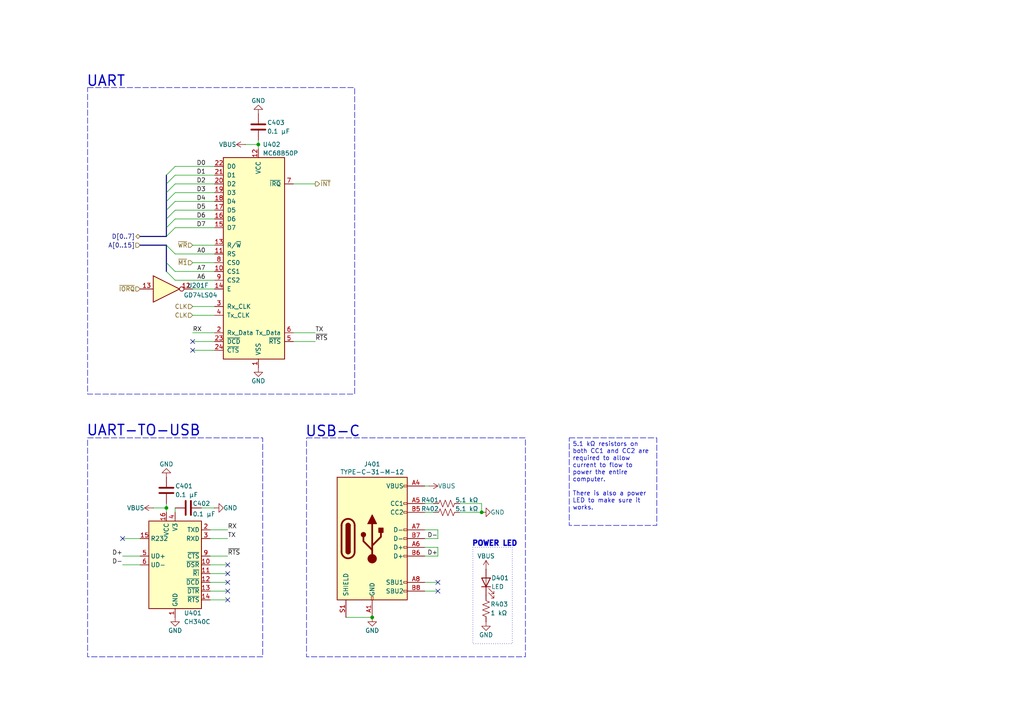
<source format=kicad_sch>
(kicad_sch (version 20250114) (generator "eeschema") (generator_version "9.0")
  (paper "A4")
  (title_block (title "USB-to-UART") (date "2025-12-31") (rev "A") (company "Dragos Bajanica"))
  (lib_symbols
    (symbol "74xx:74LS04"
      (property "Reference" "U" (at 0 1.27 0))
      (property "Value" "74LS04" (at 0 -1.27 0))
      (symbol "74LS04_1_0"
        (polyline (pts (xy -3.81 3.81) (xy -3.81 -3.81) (xy 3.81 0) (xy -3.81 3.81)) (stroke (width 0.254)) (fill (type background)))
        (pin input line (at -7.62 0 0) (length 3.81) (name "~") (number "1"))
        (pin output inverted (at 7.62 0 180) (length 3.81) (name "~") (number "2"))
      )
      (symbol "74LS04_2_0"
        (polyline (pts (xy -3.81 3.81) (xy -3.81 -3.81) (xy 3.81 0) (xy -3.81 3.81)) (stroke (width 0.254)) (fill (type background)))
        (pin input line (at -7.62 0 0) (length 3.81) (name "~") (number "3"))
        (pin output inverted (at 7.62 0 180) (length 3.81) (name "~") (number "4"))
      )
      (symbol "74LS04_3_0"
        (polyline (pts (xy -3.81 3.81) (xy -3.81 -3.81) (xy 3.81 0) (xy -3.81 3.81)) (stroke (width 0.254)) (fill (type background)))
        (pin input line (at -7.62 0 0) (length 3.81) (name "~") (number "5"))
        (pin output inverted (at 7.62 0 180) (length 3.81) (name "~") (number "6"))
      )
      (symbol "74LS04_4_0"
        (polyline (pts (xy -3.81 3.81) (xy -3.81 -3.81) (xy 3.81 0) (xy -3.81 3.81)) (stroke (width 0.254)) (fill (type background)))
        (pin input line (at -7.62 0 0) (length 3.81) (name "~") (number "9"))
        (pin output inverted (at 7.62 0 180) (length 3.81) (name "~") (number "8"))
      )
      (symbol "74LS04_5_0"
        (polyline (pts (xy -3.81 3.81) (xy -3.81 -3.81) (xy 3.81 0) (xy -3.81 3.81)) (stroke (width 0.254)) (fill (type background)))
        (pin input line (at -7.62 0 0) (length 3.81) (name "~") (number "11"))
        (pin output inverted (at 7.62 0 180) (length 3.81) (name "~") (number "10"))
      )
      (symbol "74LS04_6_0"
        (polyline (pts (xy -3.81 3.81) (xy -3.81 -3.81) (xy 3.81 0) (xy -3.81 3.81)) (stroke (width 0.254)) (fill (type background)))
        (pin input line (at -7.62 0 0) (length 3.81) (name "~") (number "13"))
        (pin output inverted (at 7.62 0 180) (length 3.81) (name "~") (number "12"))
      )
      (symbol "74LS04_7_0"
        (pin power_in line (at 0 12.7 270) (length 5.08) (name "VCC") (number "14"))
        (pin power_in line (at 0 -12.7 90) (length 5.08) (name "GND") (number "7"))
      )
      (symbol "74LS04_7_1"
        (rectangle (start -5.08 7.62) (end 5.08 -7.62) (stroke (width 0.254)) (fill (type background)))
      )
    )
    (symbol "Connector:USB_C_Receptacle_USB2.0_16P" (pin_names (offset 1.016))
      (property "Reference" "J" (at 0 22.225 0))
      (property "Value" "USB_C_Receptacle_USB2.0_16P" (at 0 19.685 0))
      (symbol "USB_C_Receptacle_USB2.0_16P_0_0"
        (rectangle (start -0.254 -17.78) (end 0.254 -16.764))
        (rectangle (start 10.16 15.494) (end 9.144 14.986))
        (rectangle (start 10.16 10.414) (end 9.144 9.906))
        (rectangle (start 10.16 7.874) (end 9.144 7.366))
        (rectangle (start 10.16 2.794) (end 9.144 2.286))
        (rectangle (start 10.16 0.254) (end 9.144 -0.254))
        (rectangle (start 10.16 -2.286) (end 9.144 -2.794))
        (rectangle (start 10.16 -4.826) (end 9.144 -5.334))
        (rectangle (start 10.16 -12.446) (end 9.144 -12.954))
        (rectangle (start 10.16 -14.986) (end 9.144 -15.494))
      )
      (symbol "USB_C_Receptacle_USB2.0_16P_0_1"
        (rectangle (start -10.16 17.78) (end 10.16 -17.78) (stroke (width 0.254)) (fill (type background)))
        (polyline (pts (xy -8.89 -3.81) (xy -8.89 3.81)) (stroke (width 0.508)))
        (rectangle (start -7.62 -3.81) (end -6.35 3.81) (stroke (width 0.254)) (fill (type outline)))
        (arc (start -7.62 3.81) (mid -6.985 4.4423) (end -6.35 3.81) (stroke (width 0.254)))
        (arc (start -7.62 3.81) (mid -6.985 4.4423) (end -6.35 3.81) (stroke (width 0.254)) (fill (type outline)))
        (arc (start -8.89 3.81) (mid -6.985 5.7067) (end -5.08 3.81) (stroke (width 0.508)))
        (arc (start -5.08 -3.81) (mid -6.985 -5.7067) (end -8.89 -3.81) (stroke (width 0.508)))
        (arc (start -6.35 -3.81) (mid -6.985 -4.4423) (end -7.62 -3.81) (stroke (width 0.254)))
        (arc (start -6.35 -3.81) (mid -6.985 -4.4423) (end -7.62 -3.81) (stroke (width 0.254)) (fill (type outline)))
        (polyline (pts (xy -5.08 3.81) (xy -5.08 -3.81)) (stroke (width 0.508)))
        (circle (center -2.54 1.143) (radius 0.635) (stroke (width 0.254)) (fill (type outline)))
        (polyline (pts (xy -1.27 4.318) (xy 0 6.858) (xy 1.27 4.318) (xy -1.27 4.318)) (stroke (width 0.254)) (fill (type outline)))
        (polyline (pts (xy 0 -2.032) (xy 2.54 0.508) (xy 2.54 1.778)) (stroke (width 0.508)))
        (polyline (pts (xy 0 -3.302) (xy -2.54 -0.762) (xy -2.54 0.508)) (stroke (width 0.508)))
        (polyline (pts (xy 0 -5.842) (xy 0 4.318)) (stroke (width 0.508)))
        (circle (center 0 -5.842) (radius 1.27) (fill (type outline)))
        (rectangle (start 1.905 1.778) (end 3.175 3.048) (stroke (width 0.254)) (fill (type outline)))
      )
      (symbol "USB_C_Receptacle_USB2.0_16P_1_1"
        (pin passive line (at -7.62 -22.86 90) (length 5.08) (name "SHIELD") (number "S1"))
        (pin passive line (at 0 -22.86 90) (length 5.08) (name "GND") (number "A1"))
        (pin passive line (at 0 -22.86 90) (length 5.08) (hide yes) (name "GND") (number "A12"))
        (pin passive line (at 0 -22.86 90) (length 5.08) (hide yes) (name "GND") (number "B1"))
        (pin passive line (at 0 -22.86 90) (length 5.08) (hide yes) (name "GND") (number "B12"))
        (pin passive line (at 15.24 15.24 180) (length 5.08) (name "VBUS") (number "A4"))
        (pin passive line (at 15.24 15.24 180) (length 5.08) (hide yes) (name "VBUS") (number "A9"))
        (pin passive line (at 15.24 15.24 180) (length 5.08) (hide yes) (name "VBUS") (number "B4"))
        (pin passive line (at 15.24 15.24 180) (length 5.08) (hide yes) (name "VBUS") (number "B9"))
        (pin bidirectional line (at 15.24 10.16 180) (length 5.08) (name "CC1") (number "A5"))
        (pin bidirectional line (at 15.24 7.62 180) (length 5.08) (name "CC2") (number "B5"))
        (pin bidirectional line (at 15.24 2.54 180) (length 5.08) (name "D-") (number "A7"))
        (pin bidirectional line (at 15.24 0 180) (length 5.08) (name "D-") (number "B7"))
        (pin bidirectional line (at 15.24 -2.54 180) (length 5.08) (name "D+") (number "A6"))
        (pin bidirectional line (at 15.24 -5.08 180) (length 5.08) (name "D+") (number "B6"))
        (pin bidirectional line (at 15.24 -12.7 180) (length 5.08) (name "SBU1") (number "A8"))
        (pin bidirectional line (at 15.24 -15.24 180) (length 5.08) (name "SBU2") (number "B8"))
      )
    )
    (symbol "Device:C" (pin_numbers (hide yes)) (pin_names (offset 0.254))
      (property "Reference" "C" (at 0.635 2.54 0))
      (property "Value" "C" (at 0.635 -2.54 0))
      (symbol "C_0_1"
        (polyline (pts (xy -2.032 0.762) (xy 2.032 0.762)) (stroke (width 0.508)))
        (polyline (pts (xy -2.032 -0.762) (xy 2.032 -0.762)) (stroke (width 0.508)))
      )
      (symbol "C_1_1"
        (pin passive line (at 0 3.81 270) (length 2.794) (name "~") (number "1"))
        (pin passive line (at 0 -3.81 90) (length 2.794) (name "~") (number "2"))
      )
    )
    (symbol "Device:LED" (pin_numbers (hide yes)) (pin_names (offset 1.016) (hide yes))
      (property "Reference" "D" (at 0 2.54 0))
      (property "Value" "LED" (at 0 -2.54 0))
      (symbol "LED_0_1"
        (polyline (pts (xy -3.048 -0.762) (xy -4.572 -2.286) (xy -3.81 -2.286) (xy -4.572 -2.286) (xy -4.572 -1.524)))
        (polyline (pts (xy -1.778 -0.762) (xy -3.302 -2.286) (xy -2.54 -2.286) (xy -3.302 -2.286) (xy -3.302 -1.524)))
        (polyline (pts (xy -1.27 0) (xy 1.27 0)))
        (polyline (pts (xy -1.27 -1.27) (xy -1.27 1.27)) (stroke (width 0.254)))
        (polyline (pts (xy 1.27 -1.27) (xy 1.27 1.27) (xy -1.27 0) (xy 1.27 -1.27)) (stroke (width 0.254)))
      )
      (symbol "LED_1_1"
        (pin passive line (at -3.81 0 0) (length 2.54) (name "K") (number "1"))
        (pin passive line (at 3.81 0 180) (length 2.54) (name "A") (number "2"))
      )
    )
    (symbol "Device:R_US" (pin_numbers (hide yes)) (pin_names (offset 0))
      (property "Reference" "R" (at 2.54 0 90))
      (property "Value" "R_US" (at -2.54 0 90))
      (symbol "R_US_0_1"
        (polyline (pts (xy 0 2.286) (xy 0 2.54)))
        (polyline (pts (xy 0 2.286) (xy 1.016 1.905) (xy 0 1.524) (xy -1.016 1.143) (xy 0 0.762)))
        (polyline (pts (xy 0 0.762) (xy 1.016 0.381) (xy 0 0) (xy -1.016 -0.381) (xy 0 -0.762)))
        (polyline (pts (xy 0 -0.762) (xy 1.016 -1.143) (xy 0 -1.524) (xy -1.016 -1.905) (xy 0 -2.286)))
        (polyline (pts (xy 0 -2.286) (xy 0 -2.54)))
      )
      (symbol "R_US_1_1"
        (pin passive line (at 0 3.81 270) (length 1.27) (name "~") (number "1"))
        (pin passive line (at 0 -3.81 90) (length 1.27) (name "~") (number "2"))
      )
    )
    (symbol "Interface_UART:MC68B50" (pin_names (offset 1.016))
      (property "Reference" "U" (at -7.366 31.75 0))
      (property "Value" "MC68B50" (at 10.414 31.75 0))
      (symbol "MC68B50_1_1"
        (rectangle (start -10.16 -27.94) (end 7.62 30.48) (stroke (width 0.254)) (fill (type background)))
        (pin bidirectional line (at -12.7 27.94 0) (length 2.54) (name "D0") (number "22"))
        (pin bidirectional line (at -12.7 25.4 0) (length 2.54) (name "D1") (number "21"))
        (pin bidirectional line (at -12.7 22.86 0) (length 2.54) (name "D2") (number "20"))
        (pin bidirectional line (at -12.7 20.32 0) (length 2.54) (name "D3") (number "19"))
        (pin bidirectional line (at -12.7 17.78 0) (length 2.54) (name "D4") (number "18"))
        (pin bidirectional line (at -12.7 15.24 0) (length 2.54) (name "D5") (number "17"))
        (pin bidirectional line (at -12.7 12.7 0) (length 2.54) (name "D6") (number "16"))
        (pin bidirectional line (at -12.7 10.16 0) (length 2.54) (name "D7") (number "15"))
        (pin input line (at -12.7 5.08 0) (length 2.54) (name "R/~{W}") (number "13"))
        (pin input line (at -12.7 2.54 0) (length 2.54) (name "RS") (number "11"))
        (pin input line (at -12.7 0 0) (length 2.54) (name "CS0") (number "8"))
        (pin input line (at -12.7 -2.54 0) (length 2.54) (name "CS1") (number "10"))
        (pin input line (at -12.7 -5.08 0) (length 2.54) (name "CS2") (number "9"))
        (pin input line (at -12.7 -7.62 0) (length 2.54) (name "E") (number "14"))
        (pin input line (at -12.7 -12.7 0) (length 2.54) (name "Rx_CLK") (number "3"))
        (pin input line (at -12.7 -15.24 0) (length 2.54) (name "Tx_CLK") (number "4"))
        (pin input line (at -12.7 -20.32 0) (length 2.54) (name "Rx_Data") (number "2"))
        (pin input line (at -12.7 -22.86 0) (length 2.54) (name "~{DCD}") (number "23"))
        (pin input line (at -12.7 -25.4 0) (length 2.54) (name "~{CTS}") (number "24"))
        (pin power_in line (at 0 33.02 270) (length 2.54) (name "VCC") (number "12"))
        (pin power_in line (at 0 -30.48 90) (length 2.54) (name "VSS") (number "1"))
        (pin output line (at 10.16 22.86 180) (length 2.54) (name "~{IRQ}") (number "7"))
        (pin output line (at 10.16 -20.32 180) (length 2.54) (name "Tx_Data") (number "6"))
        (pin output line (at 10.16 -22.86 180) (length 2.54) (name "~{RTS}") (number "5"))
      )
    )
    (symbol "Interface_USB:CH340C"
      (property "Reference" "U" (at -5.08 13.97 0))
      (property "Value" "CH340C" (at 1.27 13.97 0))
      (symbol "CH340C_0_1"
        (rectangle (start -7.62 12.7) (end 7.62 -12.7) (stroke (width 0.254)) (fill (type background)))
      )
      (symbol "CH340C_1_1"
        (pin input line (at -10.16 7.62 0) (length 2.54) (name "R232") (number "15"))
        (pin bidirectional line (at -10.16 2.54 0) (length 2.54) (name "UD+") (number "5"))
        (pin bidirectional line (at -10.16 0 0) (length 2.54) (name "UD-") (number "6"))
        (pin no_connect line (at -7.62 -5.08 0) (length 2.54) (hide yes) (name "NC") (number "7"))
        (pin no_connect line (at -7.62 -7.62 0) (length 2.54) (hide yes) (name "NC") (number "8"))
        (pin power_in line (at -2.54 15.24 270) (length 2.54) (name "VCC") (number "16"))
        (pin power_out line (at 0 15.24 270) (length 2.54) (name "V3") (number "4"))
        (pin power_in line (at 0 -15.24 90) (length 2.54) (name "GND") (number "1"))
        (pin output line (at 10.16 10.16 180) (length 2.54) (name "TXD") (number "2"))
        (pin input line (at 10.16 7.62 180) (length 2.54) (name "RXD") (number "3"))
        (pin input line (at 10.16 2.54 180) (length 2.54) (name "~{CTS}") (number "9"))
        (pin input line (at 10.16 0 180) (length 2.54) (name "~{DSR}") (number "10"))
        (pin input line (at 10.16 -2.54 180) (length 2.54) (name "~{RI}") (number "11"))
        (pin input line (at 10.16 -5.08 180) (length 2.54) (name "~{DCD}") (number "12"))
        (pin output line (at 10.16 -7.62 180) (length 2.54) (name "~{DTR}") (number "13"))
        (pin output line (at 10.16 -10.16 180) (length 2.54) (name "~{RTS}") (number "14"))
      )
    )
    (symbol "power:GND" (power) (pin_numbers (hide yes)) (pin_names (offset 0) (hide yes))
      (property "Value" "GND" (at 0 -3.81 0))
      (symbol "GND_0_1"
        (polyline (pts (xy 0 0) (xy 0 -1.27) (xy 1.27 -1.27) (xy 0 -2.54) (xy -1.27 -1.27) (xy 0 -1.27)))
      )
      (symbol "GND_1_1"
        (pin power_in line (at 0 0 270) (length 0) (name "~") (number "1"))
      )
    )
    (symbol "power:VBUS" (power) (pin_numbers (hide yes)) (pin_names (offset 0) (hide yes))
      (property "Value" "VBUS" (at 0 3.556 0))
      (symbol "VBUS_0_1"
        (polyline (pts (xy -0.762 1.27) (xy 0 2.54)))
        (polyline (pts (xy 0 2.54) (xy 0.762 1.27)))
        (polyline (pts (xy 0 0) (xy 0 2.54)))
      )
      (symbol "VBUS_1_1"
        (pin power_in line (at 0 0 90) (length 0) (name "~") (number "1"))
      )
    )
  )
  (rectangle (start 25.4 127) (end 76.2 190.5) (stroke (width 0) (type dash)))
  (rectangle (start 88.9 127) (end 152.4 190.5) (stroke (width 0) (type dash)))
  (rectangle (start 137.16 158.75) (end 148.59 186.69) (stroke (width 0) (type dot)))
  (rectangle (start 25.4 25.4) (end 102.87 114.3) (stroke (width 0) (type dash)))
  (text "UART-TO-USB" (at 41.656 124.968 0) (effects (font (size 3 3) (thickness 0.375))))
  (text "UART" (at 30.734 23.622 0) (effects (font (size 3 3) (thickness 0.375))))
  (text "POWER LED" (at 143.51 157.734 0) (effects (font (size 1.5 1.5) (thickness 0.375))))
  (text "USB-C" (at 96.52 125.222 0) (effects (font (size 3 3) (thickness 0.375))))
  (text_box "5.1 kΩ resistors on both CC1 and CC2 are required to allow current to flow to power the entire computer.\n\nThere is also a power LED to make sure it works." (at 165.1 127 0) (size 25.4 25.4) (margins 0.9525 0.9525 0.9525 0.9525) (stroke (width 0) (type dash)) (effects (font (size 1.27 1.27)) (justify left top)))
  (junction (at 74.93 41.91))
  (junction (at 48.26 147.32))
  (junction (at 107.95 179.07))
  (junction (at 139.7 148.59))
  (no_connect (at 66.04 173.99))
  (no_connect (at 127 168.91))
  (no_connect (at 55.88 99.06))
  (no_connect (at 66.04 168.91))
  (no_connect (at 66.04 171.45))
  (no_connect (at 127 171.45))
  (no_connect (at 35.56 156.21))
  (no_connect (at 66.04 166.37))
  (no_connect (at 55.88 101.6))
  (no_connect (at 66.04 163.83))
  (bus_entry (at 50.8 58.42) (size -2.54 2.54))
  (bus_entry (at 50.8 60.96) (size -2.54 2.54))
  (bus_entry (at 50.8 48.26) (size -2.54 2.54))
  (bus_entry (at 50.8 63.5) (size -2.54 2.54))
  (bus_entry (at 48.26 78.74) (size 2.54 2.54))
  (bus_entry (at 50.8 53.34) (size -2.54 2.54))
  (bus_entry (at 50.8 50.8) (size -2.54 2.54))
  (bus_entry (at 50.8 66.04) (size -2.54 2.54))
  (bus_entry (at 50.8 55.88) (size -2.54 2.54))
  (bus_entry (at 48.26 76.2) (size 2.54 2.54))
  (bus_entry (at 48.26 71.12) (size 2.54 2.54))
  (wire (pts (xy 133.35 148.59) (xy 139.7 148.59)))
  (bus (pts (xy 48.26 78.74) (xy 48.26 76.2)))
  (bus (pts (xy 48.26 55.88) (xy 48.26 58.42)))
  (wire (pts (xy 50.8 53.34) (xy 62.23 53.34)))
  (wire (pts (xy 50.8 60.96) (xy 62.23 60.96)))
  (bus (pts (xy 48.26 76.2) (xy 48.26 71.12)))
  (wire (pts (xy 35.56 163.83) (xy 40.64 163.83)))
  (wire (pts (xy 123.19 168.91) (xy 127 168.91)))
  (wire (pts (xy 74.93 41.91) (xy 74.93 43.18)))
  (wire (pts (xy 50.8 50.8) (xy 62.23 50.8)))
  (wire (pts (xy 50.8 58.42) (xy 62.23 58.42)))
  (wire (pts (xy 60.96 161.29) (xy 66.04 161.29)))
  (wire (pts (xy 55.88 76.2) (xy 62.23 76.2)))
  (wire (pts (xy 48.26 147.32) (xy 48.26 148.59)))
  (bus (pts (xy 48.26 53.34) (xy 48.26 55.88)))
  (wire (pts (xy 71.12 41.91) (xy 74.93 41.91)))
  (wire (pts (xy 50.8 147.32) (xy 50.8 148.59)))
  (wire (pts (xy 55.88 88.9) (xy 62.23 88.9)))
  (wire (pts (xy 123.19 140.97) (xy 124.46 140.97)))
  (wire (pts (xy 55.88 101.6) (xy 62.23 101.6)))
  (wire (pts (xy 123.19 171.45) (xy 127 171.45)))
  (wire (pts (xy 55.88 91.44) (xy 62.23 91.44)))
  (bus (pts (xy 48.26 60.96) (xy 48.26 63.5)))
  (wire (pts (xy 50.8 63.5) (xy 62.23 63.5)))
  (wire (pts (xy 100.33 179.07) (xy 107.95 179.07)))
  (wire (pts (xy 60.96 171.45) (xy 66.04 171.45)))
  (wire (pts (xy 50.8 55.88) (xy 62.23 55.88)))
  (wire (pts (xy 74.93 40.64) (xy 74.93 41.91)))
  (wire (pts (xy 50.8 66.04) (xy 62.23 66.04)))
  (bus (pts (xy 48.26 58.42) (xy 48.26 60.96)))
  (wire (pts (xy 44.45 147.32) (xy 48.26 147.32)))
  (wire (pts (xy 139.7 148.59) (xy 139.7 146.05)))
  (wire (pts (xy 50.8 48.26) (xy 62.23 48.26)))
  (wire (pts (xy 85.09 99.06) (xy 91.44 99.06)))
  (wire (pts (xy 58.42 147.32) (xy 62.23 147.32)))
  (wire (pts (xy 55.88 99.06) (xy 62.23 99.06)))
  (wire (pts (xy 55.88 71.12) (xy 62.23 71.12)))
  (wire (pts (xy 60.96 153.67) (xy 66.04 153.67)))
  (bus (pts (xy 48.26 71.12) (xy 40.64 71.12)))
  (wire (pts (xy 123.19 161.29) (xy 127 161.29)))
  (wire (pts (xy 133.35 146.05) (xy 139.7 146.05)))
  (wire (pts (xy 50.8 81.28) (xy 62.23 81.28)))
  (wire (pts (xy 125.73 148.59) (xy 123.19 148.59)))
  (wire (pts (xy 60.96 156.21) (xy 66.04 156.21)))
  (wire (pts (xy 123.19 158.75) (xy 127 158.75)))
  (wire (pts (xy 127 158.75) (xy 127 161.29)))
  (wire (pts (xy 85.09 53.34) (xy 91.44 53.34)))
  (wire (pts (xy 125.73 146.05) (xy 123.19 146.05)))
  (wire (pts (xy 85.09 96.52) (xy 91.44 96.52)))
  (wire (pts (xy 123.19 153.67) (xy 127 153.67)))
  (wire (pts (xy 35.56 156.21) (xy 40.64 156.21)))
  (bus (pts (xy 48.26 66.04) (xy 48.26 68.58)))
  (wire (pts (xy 60.96 173.99) (xy 66.04 173.99)))
  (bus (pts (xy 48.26 63.5) (xy 48.26 66.04)))
  (wire (pts (xy 48.26 146.05) (xy 48.26 147.32)))
  (wire (pts (xy 35.56 161.29) (xy 40.64 161.29)))
  (wire (pts (xy 60.96 166.37) (xy 66.04 166.37)))
  (wire (pts (xy 123.19 156.21) (xy 127 156.21)))
  (wire (pts (xy 55.88 83.82) (xy 62.23 83.82)))
  (bus (pts (xy 48.26 50.8) (xy 48.26 53.34)))
  (wire (pts (xy 55.88 96.52) (xy 62.23 96.52)))
  (wire (pts (xy 50.8 78.74) (xy 62.23 78.74)))
  (wire (pts (xy 60.96 168.91) (xy 66.04 168.91)))
  (wire (pts (xy 60.96 163.83) (xy 66.04 163.83)))
  (wire (pts (xy 127 156.21) (xy 127 153.67)))
  (wire (pts (xy 50.8 73.66) (xy 62.23 73.66)))
  (bus (pts (xy 40.64 68.58) (xy 48.26 68.58)))
  (label "D+" (at 35.56 161.29 180))
  (label "~{RTS}" (at 66.04 161.29 0))
  (label "D1" (at 59.69 50.8 180))
  (label "TX" (at 66.04 156.21 0))
  (label "D6" (at 59.69 63.5 180))
  (label "A0" (at 57.15 73.66 0))
  (label "RX" (at 55.88 96.52 0))
  (label "A7" (at 57.15 78.74 0))
  (label "A6" (at 57.15 81.28 0))
  (label "TX" (at 91.44 96.52 0))
  (label "~{RTS}" (at 91.44 99.06 0))
  (label "D7" (at 59.69 66.04 180))
  (label "D+" (at 127 161.29 180))
  (label "D0" (at 59.69 48.26 180))
  (label "D4" (at 59.69 58.42 180))
  (label "D3" (at 59.69 55.88 180))
  (label "D-" (at 35.56 163.83 180))
  (label "D-" (at 127 156.21 180))
  (label "D5" (at 59.69 60.96 180))
  (label "D2" (at 59.69 53.34 180))
  (label "RX" (at 66.04 153.67 0))
  (hierarchical_label "CLK" (shape input) (at 55.88 88.9 180))
  (hierarchical_label "D[0..7]" (shape bidirectional) (at 40.64 68.58 180))
  (hierarchical_label "CLK" (shape input) (at 55.88 91.44 180))
  (hierarchical_label "~{WR}" (shape input) (at 55.88 71.12 180))
  (hierarchical_label "~{IORQ}" (shape input) (at 40.64 83.82 180))
  (hierarchical_label "~{M1}" (shape input) (at 55.88 76.2 180))
  (hierarchical_label "A[0..15]" (shape input) (at 40.64 71.12 180))
  (hierarchical_label "~{INT}" (shape output) (at 91.44 53.34 0))
  (symbol (lib_id "power:VBUS") (at 124.46 140.97 270) (unit 1)
    (property "Reference" "#PWR0409" (effects (hide yes)))
    (property "Value" "VBUS" (at 127 140.97 90) (effects (justify left)))
    (property "Description" "Power symbol creates a global label with name \"VBUS\"" (effects (hide yes)))
  )
  (symbol (lib_id "power:GND") (at 62.23 147.32 90) (unit 1)
    (property "Reference" "#PWR0404" (effects (hide yes)))
    (property "Value" "GND" (at 64.77 147.32 90) (effects (justify right)))
    (property "Description" "Power symbol creates a global label with name \"GND\" , ground" (effects (hide yes)))
  )
  (symbol (lib_id "power:VBUS") (at 44.45 147.32 90) (unit 1)
    (property "Reference" "#PWR0401" (effects (hide yes)))
    (property "Value" "VBUS" (at 41.91 147.32 90) (effects (justify left)))
    (property "Description" "Power symbol creates a global label with name \"VBUS\"" (effects (hide yes)))
  )
  (symbol (lib_id "power:GND") (at 139.7 148.59 90) (unit 1)
    (property "Reference" "#PWR0410" (effects (hide yes)))
    (property "Value" "GND" (at 142.24 148.59 90) (effects (justify right)))
    (property "Description" "Power symbol creates a global label with name \"GND\" , ground" (effects (hide yes)))
  )
  (symbol (lib_id "Device:R_US") (at 129.54 148.59 90) (unit 1)
    (property "Reference" "R402" (at 124.714 147.574 90))
    (property "Value" "5.1 kΩ" (at 135.382 147.574 90))
    (property "Footprint" "Resistor_THT:R_Axial_DIN0207_L6.3mm_D2.5mm_P7.62mm_Horizontal" (effects (hide yes)))
    (property "Description" "Resistor, US symbol" (effects (hide yes)))
  )
  (symbol (lib_id "Device:C") (at 54.61 147.32 90) (unit 1)
    (property "Reference" "C402" (at 58.42 146.05 90))
    (property "Value" "0.1 µF" (at 59.182 149.098 90))
    (property "Footprint" "Capacitor_THT:C_Disc_D5.0mm_W2.5mm_P5.00mm" (effects (hide yes)))
    (property "Description" "Unpolarized capacitor" (effects (hide yes)))
  )
  (symbol (lib_id "Device:LED") (at 140.97 168.91 90) (unit 1)
    (property "Reference" "D401" (at 142.494 167.64 90) (effects (justify right)))
    (property "Value" "LED" (at 142.494 170.18 90) (effects (justify right)))
    (property "Footprint" "LED_THT:LED_D5.0mm" (effects (hide yes)))
    (property "Description" "Light emitting diode" (effects (hide yes)))
    (property "Sim.Pins" "1=K 2=A" (effects (hide yes)))
  )
  (symbol (lib_id "74xx:74LS04") (at 48.26 83.82 0) (unit 6)
    (property "Reference" "U201" (at 57.404 82.804 0))
    (property "Value" "GD74LS04" (at 58.166 85.598 0))
    (property "Footprint" "Package_DIP:DIP-14_W7.62mm_Socket_LongPads" (effects (hide yes)))
    (property "Datasheet" "http://www.ti.com/lit/gpn/sn74LS04" (effects (hide yes)))
    (property "Description" "Hex Inverter" (effects (hide yes)))
  )
  (symbol (lib_id "Interface_UART:MC68B50") (at 74.93 76.2 0) (unit 1)
    (property "Reference" "U402" (at 76.2 41.91 0) (effects (justify left)))
    (property "Value" "MC68B50P" (at 76.2 44.45 0) (effects (justify left)))
    (property "Footprint" "Package_DIP:DIP-24_W15.24mm_Socket_LongPads" (effects (hide yes)))
    (property "Datasheet" "http://pdf.datasheetcatalog.com/datasheet/motorola/MC6850.pdf" (effects (hide yes)))
    (property "Description" "Asynchronous Communications Interface Adapter 2MHz, DIP-40" (effects (hide yes)))
  )
  (symbol (lib_id "Connector:USB_C_Receptacle_USB2.0_16P") (at 107.95 156.21 0) (unit 1)
    (property "Reference" "J401" (at 107.95 134.62 0))
    (property "Value" "TYPE-C-31-M-12" (at 107.95 136.906 0))
    (property "Footprint" "Connector_USB:USB_C_Receptacle_HRO_TYPE-C-31-M-12" (effects (hide yes)))
    (property "Datasheet" "https://www.usb.org/sites/default/files/documents/usb_type-c.zip" (effects (hide yes)))
    (property "Description" "USB 2.0-only 16P Type-C Receptacle connector" (effects (hide yes)))
  )
  (symbol (lib_id "power:GND") (at 50.8 179.07 0) (unit 1)
    (property "Reference" "#PWR0403" (effects (hide yes)))
    (property "Value" "GND" (at 50.8 182.88 0))
    (property "Description" "Power symbol creates a global label with name \"GND\" , ground" (effects (hide yes)))
  )
  (symbol (lib_id "Device:C") (at 74.93 36.83 0) (unit 1)
    (property "Reference" "C403" (at 77.47 35.56 0) (effects (justify left)))
    (property "Value" "0.1 µF" (at 77.47 38.1 0) (effects (justify left)))
    (property "Footprint" "Capacitor_THT:C_Disc_D5.0mm_W2.5mm_P5.00mm" (effects (hide yes)))
    (property "Description" "Unpolarized capacitor" (effects (hide yes)))
  )
  (symbol (lib_id "power:GND") (at 74.93 106.68 0) (unit 1)
    (property "Reference" "#PWR0407" (effects (hide yes)))
    (property "Value" "GND" (at 74.93 110.49 0))
    (property "Description" "Power symbol creates a global label with name \"GND\" , ground" (effects (hide yes)))
  )
  (symbol (lib_id "power:GND") (at 48.26 138.43 180) (unit 1)
    (property "Reference" "#PWR0402" (effects (hide yes)))
    (property "Value" "GND" (at 48.26 134.62 0))
    (property "Description" "Power symbol creates a global label with name \"GND\" , ground" (effects (hide yes)))
  )
  (symbol (lib_id "Device:R_US") (at 140.97 176.53 0) (unit 1)
    (property "Reference" "R403" (at 142.24 175.26 0) (effects (justify left)))
    (property "Value" "1 kΩ" (at 142.24 177.8 0) (effects (justify left)))
    (property "Footprint" "Resistor_THT:R_Axial_DIN0207_L6.3mm_D2.5mm_P7.62mm_Horizontal" (effects (hide yes)))
    (property "Description" "Resistor, US symbol" (effects (hide yes)))
  )
  (symbol (lib_id "power:GND") (at 140.97 180.34 0) (unit 1)
    (property "Reference" "#PWR0412" (effects (hide yes)))
    (property "Value" "GND" (at 140.97 184.15 0))
    (property "Description" "Power symbol creates a global label with name \"GND\" , ground" (effects (hide yes)))
  )
  (symbol (lib_id "Device:C") (at 48.26 142.24 0) (unit 1)
    (property "Reference" "C401" (at 50.8 140.97 0) (effects (justify left)))
    (property "Value" "0.1 µF" (at 50.8 143.51 0) (effects (justify left)))
    (property "Footprint" "Capacitor_THT:C_Disc_D5.0mm_W2.5mm_P5.00mm" (effects (hide yes)))
    (property "Description" "Unpolarized capacitor" (effects (hide yes)))
  )
  (symbol (lib_id "power:VBUS") (at 140.97 165.1 0) (unit 1)
    (property "Reference" "#PWR0411" (effects (hide yes)))
    (property "Value" "VBUS" (at 140.97 161.29 0))
    (property "Description" "Power symbol creates a global label with name \"VBUS\"" (effects (hide yes)))
  )
  (symbol (lib_id "power:GND") (at 107.95 179.07 0) (unit 1)
    (property "Reference" "#PWR0408" (effects (hide yes)))
    (property "Value" "GND" (at 107.95 182.88 0))
    (property "Description" "Power symbol creates a global label with name \"GND\" , ground" (effects (hide yes)))
  )
  (symbol (lib_id "Interface_USB:CH340C") (at 50.8 163.83 0) (unit 1)
    (property "Reference" "U401" (at 53.34 177.8 0) (effects (justify left)))
    (property "Value" "CH340C" (at 53.34 180.34 0) (effects (justify left)))
    (property "Footprint" "Package_SO:SOIC-16_3.9x9.9mm_P1.27mm" (effects (hide yes)))
    (property "Datasheet" "https://datasheet.lcsc.com/szlcsc/Jiangsu-Qin-Heng-CH340C_C84681.pdf" (effects (hide yes)))
    (property "Description" "USB serial converter, crystal-less, UART, SOIC-16" (effects (hide yes)))
  )
  (symbol (lib_id "power:VBUS") (at 71.12 41.91 90) (unit 1)
    (property "Reference" "#PWR0405" (effects (hide yes)))
    (property "Value" "VBUS" (at 68.58 41.91 90) (effects (justify left)))
    (property "Description" "Power symbol creates a global label with name \"VBUS\"" (effects (hide yes)))
  )
  (symbol (lib_id "power:GND") (at 74.93 33.02 180) (unit 1)
    (property "Reference" "#PWR0406" (effects (hide yes)))
    (property "Value" "GND" (at 74.93 29.21 0))
    (property "Description" "Power symbol creates a global label with name \"GND\" , ground" (effects (hide yes)))
  )
  (symbol (lib_id "Device:R_US") (at 129.54 146.05 90) (unit 1)
    (property "Reference" "R401" (at 124.714 145.034 90))
    (property "Value" "5.1 kΩ" (at 135.382 145.034 90))
    (property "Footprint" "Resistor_THT:R_Axial_DIN0207_L6.3mm_D2.5mm_P7.62mm_Horizontal" (effects (hide yes)))
    (property "Description" "Resistor, US symbol" (effects (hide yes)))
  )
)
</source>
